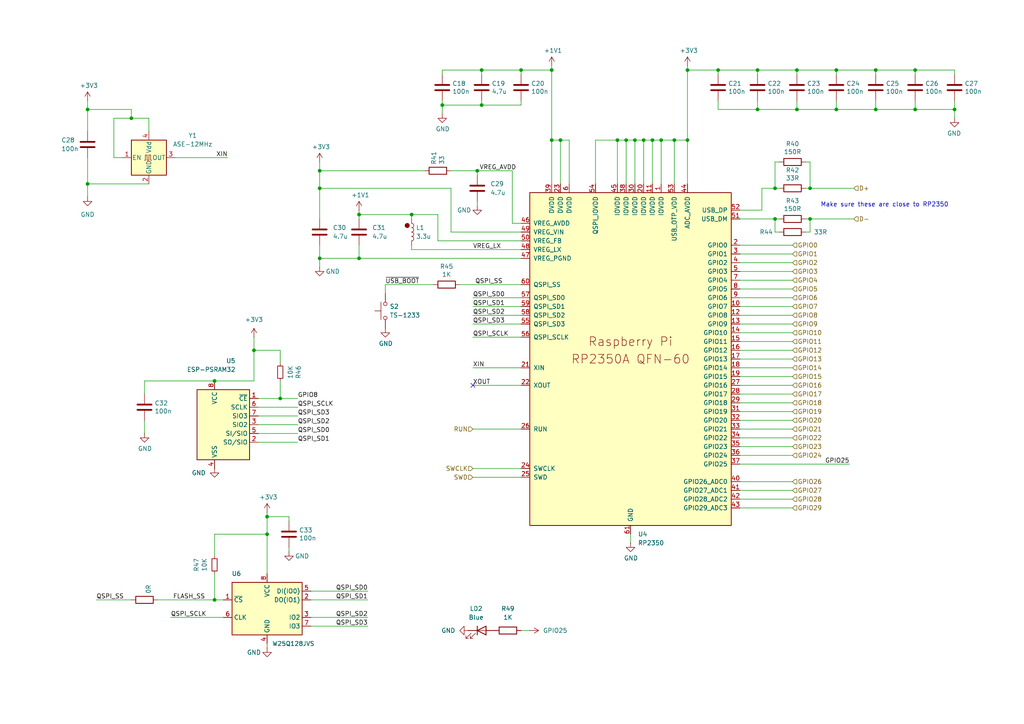
<source format=kicad_sch>
(kicad_sch (version 20250114) (generator "eeschema") (generator_version "9.0")
  (paper "A4")
  (title_block (title "${NAME}") (date "2025-05-10") (rev "${VERSION}") (company "Mikhail Matveev") (comment 1 "https://github.com/xtremespb/frank"))
  (lib_symbols
    (symbol "+1V1_1" (power) (pin_numbers (hide yes)) (pin_names (offset 0) (hide yes))
      (property "Value" "+1V1" (at 0 3.556 0))
      (symbol "+1V1_1_0_1"
        (polyline (pts (xy -0.762 1.27) (xy 0 2.54)))
        (polyline (pts (xy 0 2.54) (xy 0.762 1.27)))
        (polyline (pts (xy 0 0) (xy 0 2.54)))
      )
      (symbol "+1V1_1_1_1"
        (pin power_in line (at 0 0 90) (length 0) (name "~") (number "1"))
      )
    )
    (symbol "+3V3_1" (power) (pin_numbers (hide yes)) (pin_names (offset 0) (hide yes))
      (property "Value" "+3V3" (at 0 3.556 0))
      (symbol "+3V3_1_0_1"
        (polyline (pts (xy -0.762 1.27) (xy 0 2.54)))
        (polyline (pts (xy 0 2.54) (xy 0.762 1.27)))
        (polyline (pts (xy 0 0) (xy 0 2.54)))
      )
      (symbol "+3V3_1_1_1"
        (pin power_in line (at 0 0 90) (length 0) (name "~") (number "1"))
      )
    )
    (symbol "+3V3_3" (power) (pin_numbers (hide yes)) (pin_names (offset 0) (hide yes))
      (property "Value" "+3V3" (at 0 3.556 0))
      (symbol "+3V3_3_0_1"
        (polyline (pts (xy -0.762 1.27) (xy 0 2.54)))
        (polyline (pts (xy 0 2.54) (xy 0.762 1.27)))
        (polyline (pts (xy 0 0) (xy 0 2.54)))
      )
      (symbol "+3V3_3_1_1"
        (pin power_in line (at 0 0 90) (length 0) (name "~") (number "1"))
      )
    )
    (symbol "Device:C" (pin_numbers (hide yes)) (pin_names (offset 0.254))
      (property "Reference" "C" (at 0.635 2.54 0))
      (property "Value" "C" (at 0.635 -2.54 0))
      (symbol "C_0_1"
        (polyline (pts (xy -2.032 0.762) (xy 2.032 0.762)) (stroke (width 0.508)))
        (polyline (pts (xy -2.032 -0.762) (xy 2.032 -0.762)) (stroke (width 0.508)))
      )
      (symbol "C_1_1"
        (pin passive line (at 0 3.81 270) (length 2.794) (name "~") (number "1"))
        (pin passive line (at 0 -3.81 90) (length 2.794) (name "~") (number "2"))
      )
    )
    (symbol "Device:L" (pin_numbers (hide yes)) (pin_names (offset 1.016) (hide yes))
      (property "Reference" "L" (at -1.27 0 90))
      (property "Value" "L" (at 1.905 0 90))
      (symbol "L_0_1"
        (arc (start 0 2.54) (mid 0.6323 1.905) (end 0 1.27))
        (arc (start 0 1.27) (mid 0.6323 0.635) (end 0 0))
        (arc (start 0 0) (mid 0.6323 -0.635) (end 0 -1.27))
        (arc (start 0 -1.27) (mid 0.6323 -1.905) (end 0 -2.54))
      )
      (symbol "L_1_1"
        (pin passive line (at 0 3.81 270) (length 1.27) (name "1") (number "1"))
        (pin passive line (at 0 -3.81 90) (length 1.27) (name "2") (number "2"))
      )
    )
    (symbol "Device:LED" (pin_numbers (hide yes)) (pin_names (offset 1.016) (hide yes))
      (property "Reference" "D" (at 0 2.54 0))
      (property "Value" "LED" (at 0 -2.54 0))
      (symbol "LED_0_1"
        (polyline (pts (xy -3.048 -0.762) (xy -4.572 -2.286) (xy -3.81 -2.286) (xy -4.572 -2.286) (xy -4.572 -1.524)))
        (polyline (pts (xy -1.778 -0.762) (xy -3.302 -2.286) (xy -2.54 -2.286) (xy -3.302 -2.286) (xy -3.302 -1.524)))
        (polyline (pts (xy -1.27 0) (xy 1.27 0)))
        (polyline (pts (xy -1.27 -1.27) (xy -1.27 1.27)) (stroke (width 0.254)))
        (polyline (pts (xy 1.27 -1.27) (xy 1.27 1.27) (xy -1.27 0) (xy 1.27 -1.27)) (stroke (width 0.254)))
      )
      (symbol "LED_1_1"
        (pin passive line (at -3.81 0 0) (length 2.54) (name "K") (number "1"))
        (pin passive line (at 3.81 0 180) (length 2.54) (name "A") (number "2"))
      )
    )
    (symbol "Device:R" (pin_numbers (hide yes)) (pin_names (offset 0))
      (property "Reference" "R" (at 2.032 0 90))
      (property "Value" "R" (at 0 0 90))
      (symbol "R_0_1"
        (rectangle (start -1.016 -2.54) (end 1.016 2.54) (stroke (width 0.254)))
      )
      (symbol "R_1_1"
        (pin passive line (at 0 3.81 270) (length 1.27) (name "~") (number "1"))
        (pin passive line (at 0 -3.81 90) (length 1.27) (name "~") (number "2"))
      )
    )
    (symbol "Device:R_Small" (pin_numbers (hide yes)) (pin_names (offset 0.254) (hide yes))
      (property "Reference" "R" (at 0.762 0.508 0))
      (property "Value" "R_Small" (at 0.762 -1.016 0))
      (symbol "R_Small_0_1"
        (rectangle (start -0.762 1.778) (end 0.762 -1.778) (stroke (width 0.2032)))
      )
      (symbol "R_Small_1_1"
        (pin passive line (at 0 2.54 270) (length 0.762) (name "~") (number "1"))
        (pin passive line (at 0 -2.54 90) (length 0.762) (name "~") (number "2"))
      )
    )
    (symbol "FRANK:ESP-PSRAM32"
      (property "Reference" "PSR1" (at -8.89 1.2701 0))
      (property "Value" "PSRAM" (at -8.89 -1.2699 0))
      (symbol "ESP-PSRAM32_0_1"
        (rectangle (start -7.62 10.16) (end 7.62 -10.16) (stroke (width 0.254)) (fill (type background)))
      )
      (symbol "ESP-PSRAM32_1_1"
        (pin power_in line (at -2.54 12.7 270) (length 2.54) (name "VCC") (number "8"))
        (pin power_in line (at -2.54 -12.7 90) (length 2.54) (name "VSS") (number "4"))
        (pin input line (at 10.16 7.62 180) (length 2.54) (name "~{CE}") (number "1"))
        (pin output line (at 10.16 5.08 180) (length 2.54) (name "SCLK") (number "6"))
        (pin bidirectional line (at 10.16 2.54 180) (length 2.54) (name "SIO3") (number "7"))
        (pin bidirectional line (at 10.16 0 180) (length 2.54) (name "SIO2") (number "3"))
        (pin input line (at 10.16 -2.54 180) (length 2.54) (name "SI/SIO") (number "5"))
        (pin output line (at 10.16 -5.08 180) (length 2.54) (name "SO/SIO") (number "2"))
      )
    )
    (symbol "FRANK:RP2350A" (pin_names (offset 1.016))
      (property "Reference" "U4" (at 2.1433 -50.8 0))
      (property "Value" "RP2350" (at 2.1433 -53.34 0))
      (symbol "RP2350A_0_0"
        (text "Raspberry Pi" (at 0 5.08 0) (effects (font (size 2.54 2.54))))
      )
      (symbol "RP2350A_0_1"
        (rectangle (start 29.21 48.26) (end -29.21 -48.26) (stroke (width 0.254)) (fill (type background)))
      )
      (symbol "RP2350A_1_0"
        (text "RP2350A QFN-60" (at 0 0 0) (effects (font (size 2.54 2.54))))
      )
      (symbol "RP2350A_1_1"
        (pin power_in line (at -31.75 39.37 0) (length 2.54) (name "VREG_AVDD") (number "46"))
        (pin power_in line (at -31.75 36.83 0) (length 2.54) (name "VREG_VIN") (number "49"))
        (pin input line (at -31.75 34.29 0) (length 2.54) (name "VREG_FB") (number "50"))
        (pin power_out line (at -31.75 31.75 0) (length 2.54) (name "VREG_LX") (number "48"))
        (pin power_in line (at -31.75 29.21 0) (length 2.54) (name "VREG_PGND") (number "47"))
        (pin bidirectional line (at -31.75 21.59 0) (length 2.54) (name "QSPI_SS") (number "60"))
        (pin bidirectional line (at -31.75 17.78 0) (length 2.54) (name "QSPI_SD0") (number "57"))
        (pin bidirectional line (at -31.75 15.24 0) (length 2.54) (name "QSPI_SD1") (number "59"))
        (pin bidirectional line (at -31.75 12.7 0) (length 2.54) (name "QSPI_SD2") (number "58"))
        (pin bidirectional line (at -31.75 10.16 0) (length 2.54) (name "QSPI_SD3") (number "55"))
        (pin output line (at -31.75 6.35 0) (length 2.54) (name "QSPI_SCLK") (number "56"))
        (pin input line (at -31.75 -2.54 0) (length 2.54) (name "XIN") (number "21"))
        (pin passive line (at -31.75 -7.62 0) (length 2.54) (name "XOUT") (number "22"))
        (pin input line (at -31.75 -20.32 0) (length 2.54) (name "RUN") (number "26"))
        (pin output line (at -31.75 -31.75 0) (length 2.54) (name "SWCLK") (number "24"))
        (pin bidirectional line (at -31.75 -34.29 0) (length 2.54) (name "SWD") (number "25"))
        (pin power_in line (at -22.86 50.8 270) (length 2.54) (name "DVDD") (number "39"))
        (pin power_in line (at -20.32 50.8 270) (length 2.54) (name "DVDD") (number "23"))
        (pin power_in line (at -17.78 50.8 270) (length 2.54) (name "DVDD") (number "6"))
        (pin power_in line (at -10.16 50.8 270) (length 2.54) (name "QSPI_IOVDD") (number "54"))
        (pin power_in line (at -3.81 50.8 270) (length 2.54) (name "IOVDD") (number "45"))
        (pin power_in line (at -1.27 50.8 270) (length 2.54) (name "IOVDD") (number "38"))
        (pin power_in line (at 0 -50.8 90) (length 2.54) (name "GND") (number "61"))
        (pin power_in line (at 1.27 50.8 270) (length 2.54) (name "IOVDD") (number "30"))
        (pin power_in line (at 3.81 50.8 270) (length 2.54) (name "IOVDD") (number "20"))
        (pin power_in line (at 6.35 50.8 270) (length 2.54) (name "IOVDD") (number "11"))
        (pin power_in line (at 8.89 50.8 270) (length 2.54) (name "IOVDD") (number "1"))
        (pin power_in line (at 12.7 50.8 270) (length 2.54) (name "USB_OTP_VDD") (number "53"))
        (pin power_in line (at 16.51 50.8 270) (length 2.54) (name "ADC_AVDD") (number "44"))
        (pin bidirectional line (at 31.75 43.18 180) (length 2.54) (name "USB_DP") (number "52"))
        (pin bidirectional line (at 31.75 40.64 180) (length 2.54) (name "USB_DM") (number "51"))
        (pin bidirectional line (at 31.75 33.02 180) (length 2.54) (name "GPIO0") (number "2"))
        (pin bidirectional line (at 31.75 30.48 180) (length 2.54) (name "GPIO1") (number "3"))
        (pin bidirectional line (at 31.75 27.94 180) (length 2.54) (name "GPIO2") (number "4"))
        (pin bidirectional line (at 31.75 25.4 180) (length 2.54) (name "GPIO3") (number "5"))
        (pin bidirectional line (at 31.75 22.86 180) (length 2.54) (name "GPIO4") (number "7"))
        (pin bidirectional line (at 31.75 20.32 180) (length 2.54) (name "GPIO5") (number "8"))
        (pin bidirectional line (at 31.75 17.78 180) (length 2.54) (name "GPIO6") (number "9"))
        (pin bidirectional line (at 31.75 15.24 180) (length 2.54) (name "GPIO7") (number "10"))
        (pin bidirectional line (at 31.75 12.7 180) (length 2.54) (name "GPIO8") (number "12"))
        (pin bidirectional line (at 31.75 10.16 180) (length 2.54) (name "GPIO9") (number "13"))
        (pin bidirectional line (at 31.75 7.62 180) (length 2.54) (name "GPIO10") (number "14"))
        (pin bidirectional line (at 31.75 5.08 180) (length 2.54) (name "GPIO11") (number "15"))
        (pin bidirectional line (at 31.75 2.54 180) (length 2.54) (name "GPIO12") (number "16"))
        (pin bidirectional line (at 31.75 0 180) (length 2.54) (name "GPIO13") (number "17"))
        (pin bidirectional line (at 31.75 -2.54 180) (length 2.54) (name "GPIO14") (number "18"))
        (pin bidirectional line (at 31.75 -5.08 180) (length 2.54) (name "GPIO15") (number "19"))
        (pin bidirectional line (at 31.75 -7.62 180) (length 2.54) (name "GPIO16") (number "27"))
        (pin bidirectional line (at 31.75 -10.16 180) (length 2.54) (name "GPIO17") (number "28"))
        (pin bidirectional line (at 31.75 -12.7 180) (length 2.54) (name "GPIO18") (number "29"))
        (pin bidirectional line (at 31.75 -15.24 180) (length 2.54) (name "GPIO19") (number "31"))
        (pin bidirectional line (at 31.75 -17.78 180) (length 2.54) (name "GPIO20") (number "32"))
        (pin bidirectional line (at 31.75 -20.32 180) (length 2.54) (name "GPIO21") (number "33"))
        (pin bidirectional line (at 31.75 -22.86 180) (length 2.54) (name "GPIO22") (number "34"))
        (pin bidirectional line (at 31.75 -25.4 180) (length 2.54) (name "GPIO23") (number "35"))
        (pin bidirectional line (at 31.75 -27.94 180) (length 2.54) (name "GPIO24") (number "36"))
        (pin bidirectional line (at 31.75 -30.48 180) (length 2.54) (name "GPIO25") (number "37"))
        (pin bidirectional line (at 31.75 -35.56 180) (length 2.54) (name "GPIO26_ADC0") (number "40"))
        (pin bidirectional line (at 31.75 -38.1 180) (length 2.54) (name "GPIO27_ADC1") (number "41"))
        (pin bidirectional line (at 31.75 -40.64 180) (length 2.54) (name "GPIO28_ADC2") (number "42"))
        (pin bidirectional line (at 31.75 -43.18 180) (length 2.54) (name "GPIO29_ADC3") (number "43"))
      )
    )
    (symbol "FRANK:W25Q128JVS"
      (property "Reference" "U6" (at -8.89 10.16 0))
      (property "Value" "W25Q128JVS" (at 7.62 -10.16 0))
      (symbol "W25Q128JVS_0_1"
        (rectangle (start -10.16 7.62) (end 10.16 -7.62) (stroke (width 0.254)) (fill (type background)))
      )
      (symbol "W25Q128JVS_1_1"
        (pin input line (at -12.7 2.54 0) (length 2.54) (name "~{CS}") (number "1"))
        (pin input line (at -12.7 -2.54 0) (length 2.54) (name "CLK") (number "6"))
        (pin power_in line (at 0 10.16 270) (length 2.54) (name "VCC") (number "8"))
        (pin power_in line (at 0 -10.16 90) (length 2.54) (name "GND") (number "4"))
        (pin bidirectional line (at 12.7 5.08 180) (length 2.54) (name "DI(IO0)") (number "5"))
        (pin bidirectional line (at 12.7 2.54 180) (length 2.54) (name "DO(IO1)") (number "2"))
        (pin bidirectional line (at 12.7 -2.54 180) (length 2.54) (name "IO2") (number "3"))
        (pin bidirectional line (at 12.7 -5.08 180) (length 2.54) (name "IO3") (number "7"))
      )
    )
    (symbol "GND_1" (power) (pin_numbers (hide yes)) (pin_names (offset 0) (hide yes))
      (property "Value" "GND" (at 0 -3.81 0))
      (symbol "GND_1_0_1"
        (polyline (pts (xy 0 0) (xy 0 -1.27) (xy 1.27 -1.27) (xy 0 -2.54) (xy -1.27 -1.27) (xy 0 -1.27)))
      )
      (symbol "GND_1_1_1"
        (pin power_in line (at 0 0 270) (length 0) (name "~") (number "1"))
      )
    )
    (symbol "GND_2" (power) (pin_numbers (hide yes)) (pin_names (offset 0) (hide yes))
      (property "Value" "GND" (at 0 -3.81 0))
      (symbol "GND_2_0_1"
        (polyline (pts (xy 0 0) (xy 0 -1.27) (xy 1.27 -1.27) (xy 0 -2.54) (xy -1.27 -1.27) (xy 0 -1.27)))
      )
      (symbol "GND_2_1_1"
        (pin power_in line (at 0 0 270) (length 0) (name "~") (number "1"))
      )
    )
    (symbol "GND_6" (power) (pin_numbers (hide yes)) (pin_names (offset 0) (hide yes))
      (property "Value" "GND" (at 0 -3.81 0))
      (symbol "GND_6_0_1"
        (polyline (pts (xy 0 0) (xy 0 -1.27) (xy 1.27 -1.27) (xy 0 -2.54) (xy -1.27 -1.27) (xy 0 -1.27)))
      )
      (symbol "GND_6_1_1"
        (pin power_in line (at 0 0 270) (length 0) (name "~") (number "1"))
      )
    )
    (symbol "Oscillator:ASE-xxxMHz" (pin_names (offset 0.254))
      (property "Reference" "Y" (at -5.08 6.35 0))
      (property "Value" "ASE-xxxMHz" (at 1.27 -6.35 0))
      (symbol "ASE-xxxMHz_0_1"
        (rectangle (start -5.08 5.08) (end 5.08 -5.08) (stroke (width 0.254)) (fill (type background)))
        (polyline (pts (xy -1.27 -0.762) (xy -1.016 -0.762) (xy -1.016 0.762) (xy -0.508 0.762) (xy -0.508 -0.762) (xy 0 -0.762) (xy 0 0.762) (xy 0.508 0.762) (xy 0.508 -0.762) (xy 0.762 -0.762)))
      )
      (symbol "ASE-xxxMHz_1_1"
        (pin input line (at -7.62 0 0) (length 2.54) (name "EN") (number "1"))
        (pin power_in line (at 0 7.62 270) (length 2.54) (name "Vdd") (number "4"))
        (pin power_in line (at 0 -7.62 90) (length 2.54) (name "GND") (number "2"))
        (pin output line (at 7.62 0 180) (length 2.54) (name "OUT") (number "3"))
      )
    )
    (symbol "Switch:SW_Push" (pin_numbers (hide yes)) (pin_names (offset 1.016) (hide yes))
      (property "Reference" "SW" (at 1.27 2.54 0))
      (property "Value" "SW_Push" (at 0 -1.524 0))
      (symbol "SW_Push_0_1"
        (circle (center -2.032 0) (radius 0.508))
        (polyline (pts (xy 0 1.27) (xy 0 3.048)))
        (circle (center 2.032 0) (radius 0.508))
        (polyline (pts (xy 2.54 1.27) (xy -2.54 1.27)))
        (pin passive line (at -5.08 0 0) (length 2.54) (name "1") (number "1"))
        (pin passive line (at 5.08 0 180) (length 2.54) (name "2") (number "2"))
      )
    )
    (symbol "power:+1V1" (power) (pin_numbers (hide yes)) (pin_names (offset 0) (hide yes))
      (property "Value" "+1V1" (at 0 3.556 0))
      (symbol "+1V1_0_1"
        (polyline (pts (xy -0.762 1.27) (xy 0 2.54)))
        (polyline (pts (xy 0 2.54) (xy 0.762 1.27)))
        (polyline (pts (xy 0 0) (xy 0 2.54)))
      )
      (symbol "+1V1_1_1"
        (pin power_in line (at 0 0 90) (length 0) (name "~") (number "1"))
      )
    )
    (symbol "power:+3V3" (power) (pin_numbers (hide yes)) (pin_names (offset 0) (hide yes))
      (property "Value" "+3V3" (at 0 3.556 0))
      (symbol "+3V3_0_1"
        (polyline (pts (xy -0.762 1.27) (xy 0 2.54)))
        (polyline (pts (xy 0 2.54) (xy 0.762 1.27)))
        (polyline (pts (xy 0 0) (xy 0 2.54)))
      )
      (symbol "+3V3_1_1"
        (pin power_in line (at 0 0 90) (length 0) (name "~") (number "1"))
      )
    )
    (symbol "power:GND" (power) (pin_numbers (hide yes)) (pin_names (offset 0) (hide yes))
      (property "Value" "GND" (at 0 -3.81 0))
      (symbol "GND_0_1"
        (polyline (pts (xy 0 0) (xy 0 -1.27) (xy 1.27 -1.27) (xy 0 -2.54) (xy -1.27 -1.27) (xy 0 -1.27)))
      )
      (symbol "GND_1_1"
        (pin power_in line (at 0 0 270) (length 0) (name "~") (number "1"))
      )
    )
  )
  (circle (center 118.11 65.405) (radius 0.635) (stroke (width 0) (color 132 0 0 1)) (fill (type color) (color 132 0 0 1)))
  (text "Make sure these are close to RP2350\n" (at 237.998 60.198 0) (effects (font (size 1.27 1.27)) (justify left bottom)))
  (junction (at 92.71 54.61))
  (junction (at 73.66 101.6))
  (junction (at 195.58 40.64))
  (junction (at 199.39 20.32))
  (junction (at 242.57 31.75))
  (junction (at 234.95 63.5))
  (junction (at 208.28 20.32))
  (junction (at 186.69 40.64))
  (junction (at 219.71 31.75))
  (junction (at 62.23 173.99))
  (junction (at 151.13 20.32))
  (junction (at 104.14 62.23))
  (junction (at 160.02 40.64))
  (junction (at 181.61 40.64))
  (junction (at 242.57 20.32))
  (junction (at 62.23 110.49))
  (junction (at 139.7 20.32))
  (junction (at 77.47 149.86))
  (junction (at 231.14 31.75))
  (junction (at 254 31.75))
  (junction (at 199.39 40.64))
  (junction (at 92.71 74.93))
  (junction (at 189.23 40.64))
  (junction (at 184.15 40.64))
  (junction (at 139.7 30.48))
  (junction (at 179.07 40.64))
  (junction (at 265.43 31.75))
  (junction (at 81.28 115.57))
  (junction (at 104.14 74.93))
  (junction (at 224.79 54.61))
  (junction (at 128.27 30.48))
  (junction (at 119.38 62.23))
  (junction (at 138.43 49.53))
  (junction (at 160.02 20.32))
  (junction (at 265.43 20.32))
  (junction (at 231.14 20.32))
  (junction (at 25.4 53.34))
  (junction (at 224.79 63.5))
  (junction (at 254 20.32))
  (junction (at 191.77 40.64))
  (junction (at 77.47 154.94))
  (junction (at 219.71 20.32))
  (junction (at 162.56 40.64))
  (junction (at 92.71 49.53))
  (junction (at 276.86 31.75))
  (junction (at 234.95 54.61))
  (junction (at 38.1 34.29))
  (junction (at 25.4 31.75))
  (no_connect (at 137.16 111.76))
  (wire (pts (xy 214.63 121.92) (xy 229.87 121.92)))
  (wire (pts (xy 214.63 93.98) (xy 229.87 93.98)))
  (wire (pts (xy 111.76 82.55) (xy 111.76 85.09)))
  (wire (pts (xy 233.68 54.61) (xy 234.95 54.61)))
  (wire (pts (xy 214.63 111.76) (xy 229.87 111.76)))
  (wire (pts (xy 214.63 129.54) (xy 229.87 129.54)))
  (wire (pts (xy 77.47 154.94) (xy 77.47 166.37)))
  (wire (pts (xy 214.63 99.06) (xy 229.87 99.06)))
  (wire (pts (xy 214.63 104.14) (xy 229.87 104.14)))
  (wire (pts (xy 127 62.23) (xy 119.38 62.23)))
  (wire (pts (xy 77.47 149.86) (xy 77.47 154.94)))
  (wire (pts (xy 138.43 59.69) (xy 138.43 58.42)))
  (wire (pts (xy 83.82 149.86) (xy 77.47 149.86)))
  (wire (pts (xy 77.47 148.59) (xy 77.47 149.86)))
  (wire (pts (xy 265.43 31.75) (xy 276.86 31.75)))
  (wire (pts (xy 83.82 151.13) (xy 83.82 149.86)))
  (wire (pts (xy 137.16 106.68) (xy 151.13 106.68)))
  (wire (pts (xy 231.14 21.59) (xy 231.14 20.32)))
  (wire (pts (xy 184.15 40.64) (xy 186.69 40.64)))
  (wire (pts (xy 92.71 49.53) (xy 123.19 49.53)))
  (wire (pts (xy 74.93 123.19) (xy 86.36 123.19)))
  (wire (pts (xy 90.17 173.99) (xy 106.68 173.99)))
  (wire (pts (xy 92.71 74.93) (xy 92.71 77.47)))
  (wire (pts (xy 83.82 158.75) (xy 83.82 160.02)))
  (wire (pts (xy 214.63 71.12) (xy 229.87 71.12)))
  (wire (pts (xy 138.43 49.53) (xy 148.59 49.53)))
  (wire (pts (xy 181.61 53.34) (xy 181.61 40.64)))
  (wire (pts (xy 151.13 30.48) (xy 151.13 29.21)))
  (wire (pts (xy 208.28 29.21) (xy 208.28 31.75)))
  (wire (pts (xy 276.86 29.21) (xy 276.86 31.75)))
  (wire (pts (xy 137.16 93.98) (xy 151.13 93.98)))
  (wire (pts (xy 128.27 20.32) (xy 139.7 20.32)))
  (wire (pts (xy 214.63 76.2) (xy 229.87 76.2)))
  (wire (pts (xy 77.47 186.69) (xy 77.47 187.96)))
  (wire (pts (xy 234.95 63.5) (xy 247.65 63.5)))
  (wire (pts (xy 139.7 20.32) (xy 151.13 20.32)))
  (wire (pts (xy 162.56 53.34) (xy 162.56 40.64)))
  (wire (pts (xy 242.57 31.75) (xy 231.14 31.75)))
  (wire (pts (xy 81.28 115.57) (xy 86.36 115.57)))
  (wire (pts (xy 62.23 161.29) (xy 62.23 154.94)))
  (wire (pts (xy 104.14 62.23) (xy 119.38 62.23)))
  (wire (pts (xy 73.66 97.79) (xy 73.66 101.6)))
  (wire (pts (xy 214.63 139.7) (xy 229.87 139.7)))
  (wire (pts (xy 208.28 21.59) (xy 208.28 20.32)))
  (wire (pts (xy 119.38 72.39) (xy 119.38 71.12)))
  (wire (pts (xy 162.56 40.64) (xy 160.02 40.64)))
  (wire (pts (xy 220.98 54.61) (xy 220.98 60.96)))
  (wire (pts (xy 214.63 91.44) (xy 229.87 91.44)))
  (wire (pts (xy 214.63 96.52) (xy 229.87 96.52)))
  (wire (pts (xy 224.79 63.5) (xy 224.79 67.31)))
  (wire (pts (xy 172.72 53.34) (xy 172.72 40.64)))
  (wire (pts (xy 90.17 181.61) (xy 106.68 181.61)))
  (wire (pts (xy 195.58 40.64) (xy 199.39 40.64)))
  (wire (pts (xy 104.14 63.5) (xy 104.14 62.23)))
  (wire (pts (xy 74.93 128.27) (xy 86.36 128.27)))
  (wire (pts (xy 214.63 147.32) (xy 229.87 147.32)))
  (wire (pts (xy 254 21.59) (xy 254 20.32)))
  (wire (pts (xy 151.13 21.59) (xy 151.13 20.32)))
  (wire (pts (xy 165.1 40.64) (xy 165.1 53.34)))
  (wire (pts (xy 160.02 20.32) (xy 160.02 40.64)))
  (wire (pts (xy 138.43 49.53) (xy 138.43 50.8)))
  (wire (pts (xy 92.71 54.61) (xy 130.81 54.61)))
  (wire (pts (xy 33.02 45.72) (xy 33.02 34.29)))
  (wire (pts (xy 90.17 179.07) (xy 106.68 179.07)))
  (wire (pts (xy 74.93 115.57) (xy 81.28 115.57)))
  (wire (pts (xy 276.86 21.59) (xy 276.86 20.32)))
  (wire (pts (xy 137.16 88.9) (xy 151.13 88.9)))
  (wire (pts (xy 25.4 53.34) (xy 43.18 53.34)))
  (wire (pts (xy 233.68 63.5) (xy 234.95 63.5)))
  (wire (pts (xy 199.39 20.32) (xy 208.28 20.32)))
  (wire (pts (xy 151.13 135.89) (xy 137.16 135.89)))
  (wire (pts (xy 214.63 127) (xy 229.87 127)))
  (wire (pts (xy 214.63 101.6) (xy 229.87 101.6)))
  (wire (pts (xy 242.57 20.32) (xy 254 20.32)))
  (wire (pts (xy 189.23 40.64) (xy 191.77 40.64)))
  (wire (pts (xy 92.71 54.61) (xy 92.71 63.5)))
  (wire (pts (xy 35.56 45.72) (xy 33.02 45.72)))
  (wire (pts (xy 219.71 21.59) (xy 219.71 20.32)))
  (wire (pts (xy 214.63 81.28) (xy 229.87 81.28)))
  (wire (pts (xy 226.06 67.31) (xy 224.79 67.31)))
  (wire (pts (xy 151.13 82.55) (xy 133.35 82.55)))
  (wire (pts (xy 181.61 40.64) (xy 184.15 40.64)))
  (wire (pts (xy 151.13 97.79) (xy 137.16 97.79)))
  (wire (pts (xy 49.53 179.07) (xy 64.77 179.07)))
  (wire (pts (xy 276.86 31.75) (xy 276.86 34.29)))
  (wire (pts (xy 130.81 54.61) (xy 130.81 67.31)))
  (wire (pts (xy 189.23 53.34) (xy 189.23 40.64)))
  (wire (pts (xy 41.91 110.49) (xy 41.91 114.3)))
  (wire (pts (xy 265.43 20.32) (xy 276.86 20.32)))
  (wire (pts (xy 233.68 67.31) (xy 234.95 67.31)))
  (wire (pts (xy 160.02 19.05) (xy 160.02 20.32)))
  (wire (pts (xy 151.13 182.88) (xy 153.67 182.88)))
  (wire (pts (xy 62.23 154.94) (xy 77.47 154.94)))
  (wire (pts (xy 234.95 63.5) (xy 234.95 67.31)))
  (wire (pts (xy 186.69 40.64) (xy 189.23 40.64)))
  (wire (pts (xy 254 20.32) (xy 265.43 20.32)))
  (wire (pts (xy 73.66 110.49) (xy 62.23 110.49)))
  (wire (pts (xy 151.13 111.76) (xy 137.16 111.76)))
  (wire (pts (xy 199.39 40.64) (xy 199.39 53.34)))
  (wire (pts (xy 62.23 166.37) (xy 62.23 173.99)))
  (wire (pts (xy 62.23 173.99) (xy 64.77 173.99)))
  (wire (pts (xy 214.63 134.62) (xy 246.38 134.62)))
  (wire (pts (xy 254 29.21) (xy 254 31.75)))
  (wire (pts (xy 45.72 173.99) (xy 62.23 173.99)))
  (wire (pts (xy 214.63 144.78) (xy 229.87 144.78)))
  (wire (pts (xy 186.69 53.34) (xy 186.69 40.64)))
  (wire (pts (xy 214.63 109.22) (xy 229.87 109.22)))
  (wire (pts (xy 265.43 29.21) (xy 265.43 31.75)))
  (wire (pts (xy 160.02 40.64) (xy 160.02 53.34)))
  (wire (pts (xy 162.56 40.64) (xy 165.1 40.64)))
  (wire (pts (xy 214.63 132.08) (xy 229.87 132.08)))
  (wire (pts (xy 195.58 53.34) (xy 195.58 40.64)))
  (wire (pts (xy 219.71 20.32) (xy 231.14 20.32)))
  (wire (pts (xy 92.71 71.12) (xy 92.71 74.93)))
  (wire (pts (xy 130.81 67.31) (xy 151.13 67.31)))
  (wire (pts (xy 127 69.85) (xy 127 62.23)))
  (wire (pts (xy 104.14 74.93) (xy 151.13 74.93)))
  (wire (pts (xy 265.43 21.59) (xy 265.43 20.32)))
  (wire (pts (xy 231.14 20.32) (xy 242.57 20.32)))
  (wire (pts (xy 92.71 49.53) (xy 92.71 54.61)))
  (wire (pts (xy 179.07 53.34) (xy 179.07 40.64)))
  (wire (pts (xy 128.27 30.48) (xy 128.27 33.02)))
  (wire (pts (xy 214.63 63.5) (xy 224.79 63.5)))
  (wire (pts (xy 182.88 154.94) (xy 182.88 157.48)))
  (wire (pts (xy 73.66 101.6) (xy 81.28 101.6)))
  (wire (pts (xy 219.71 29.21) (xy 219.71 31.75)))
  (wire (pts (xy 119.38 62.23) (xy 119.38 63.5)))
  (wire (pts (xy 234.95 54.61) (xy 247.65 54.61)))
  (wire (pts (xy 139.7 30.48) (xy 151.13 30.48)))
  (wire (pts (xy 125.73 82.55) (xy 111.76 82.55)))
  (wire (pts (xy 224.79 63.5) (xy 226.06 63.5)))
  (wire (pts (xy 151.13 20.32) (xy 160.02 20.32)))
  (wire (pts (xy 199.39 19.05) (xy 199.39 20.32)))
  (wire (pts (xy 199.39 20.32) (xy 199.39 40.64)))
  (wire (pts (xy 151.13 124.46) (xy 137.16 124.46)))
  (wire (pts (xy 214.63 114.3) (xy 229.87 114.3)))
  (wire (pts (xy 90.17 171.45) (xy 106.68 171.45)))
  (wire (pts (xy 214.63 86.36) (xy 229.87 86.36)))
  (wire (pts (xy 148.59 49.53) (xy 148.59 64.77)))
  (wire (pts (xy 242.57 29.21) (xy 242.57 31.75)))
  (wire (pts (xy 214.63 106.68) (xy 229.87 106.68)))
  (wire (pts (xy 25.4 29.21) (xy 25.4 31.75)))
  (wire (pts (xy 27.94 173.99) (xy 38.1 173.99)))
  (wire (pts (xy 214.63 142.24) (xy 229.87 142.24)))
  (wire (pts (xy 214.63 88.9) (xy 229.87 88.9)))
  (wire (pts (xy 104.14 71.12) (xy 104.14 74.93)))
  (wire (pts (xy 74.93 118.11) (xy 86.36 118.11)))
  (wire (pts (xy 208.28 20.32) (xy 219.71 20.32)))
  (wire (pts (xy 128.27 29.21) (xy 128.27 30.48)))
  (wire (pts (xy 224.79 54.61) (xy 224.79 46.99)))
  (wire (pts (xy 25.4 31.75) (xy 25.4 38.1)))
  (wire (pts (xy 81.28 101.6) (xy 81.28 105.41)))
  (wire (pts (xy 214.63 60.96) (xy 220.98 60.96)))
  (wire (pts (xy 25.4 31.75) (xy 38.1 31.75)))
  (wire (pts (xy 139.7 21.59) (xy 139.7 20.32)))
  (wire (pts (xy 43.18 34.29) (xy 43.18 38.1)))
  (wire (pts (xy 151.13 138.43) (xy 137.16 138.43)))
  (wire (pts (xy 25.4 57.15) (xy 25.4 53.34)))
  (wire (pts (xy 184.15 53.34) (xy 184.15 40.64)))
  (wire (pts (xy 128.27 30.48) (xy 139.7 30.48)))
  (wire (pts (xy 233.68 46.99) (xy 234.95 46.99)))
  (wire (pts (xy 234.95 46.99) (xy 234.95 54.61)))
  (wire (pts (xy 224.79 54.61) (xy 226.06 54.61)))
  (wire (pts (xy 128.27 21.59) (xy 128.27 20.32)))
  (wire (pts (xy 73.66 101.6) (xy 73.66 110.49)))
  (wire (pts (xy 137.16 86.36) (xy 151.13 86.36)))
  (wire (pts (xy 81.28 110.49) (xy 81.28 115.57)))
  (wire (pts (xy 41.91 121.92) (xy 41.91 125.73)))
  (wire (pts (xy 179.07 40.64) (xy 181.61 40.64)))
  (wire (pts (xy 38.1 31.75) (xy 38.1 34.29)))
  (wire (pts (xy 214.63 73.66) (xy 229.87 73.66)))
  (wire (pts (xy 224.79 46.99) (xy 226.06 46.99)))
  (wire (pts (xy 104.14 60.96) (xy 104.14 62.23)))
  (wire (pts (xy 214.63 116.84) (xy 229.87 116.84)))
  (wire (pts (xy 74.93 125.73) (xy 86.36 125.73)))
  (wire (pts (xy 151.13 69.85) (xy 127 69.85)))
  (wire (pts (xy 119.38 72.39) (xy 151.13 72.39)))
  (wire (pts (xy 191.77 40.64) (xy 191.77 53.34)))
  (wire (pts (xy 231.14 29.21) (xy 231.14 31.75)))
  (wire (pts (xy 214.63 124.46) (xy 229.87 124.46)))
  (wire (pts (xy 92.71 46.99) (xy 92.71 49.53)))
  (wire (pts (xy 219.71 31.75) (xy 208.28 31.75)))
  (wire (pts (xy 25.4 45.72) (xy 25.4 53.34)))
  (wire (pts (xy 265.43 31.75) (xy 254 31.75)))
  (wire (pts (xy 172.72 40.64) (xy 179.07 40.64)))
  (wire (pts (xy 214.63 119.38) (xy 229.87 119.38)))
  (wire (pts (xy 191.77 40.64) (xy 195.58 40.64)))
  (wire (pts (xy 137.16 91.44) (xy 151.13 91.44)))
  (wire (pts (xy 50.8 45.72) (xy 66.04 45.72)))
  (wire (pts (xy 38.1 34.29) (xy 43.18 34.29)))
  (wire (pts (xy 231.14 31.75) (xy 219.71 31.75)))
  (wire (pts (xy 33.02 34.29) (xy 38.1 34.29)))
  (wire (pts (xy 254 31.75) (xy 242.57 31.75)))
  (wire (pts (xy 139.7 29.21) (xy 139.7 30.48)))
  (wire (pts (xy 242.57 21.59) (xy 242.57 20.32)))
  (wire (pts (xy 92.71 74.93) (xy 104.14 74.93)))
  (wire (pts (xy 214.63 83.82) (xy 229.87 83.82)))
  (wire (pts (xy 220.98 54.61) (xy 224.79 54.61)))
  (wire (pts (xy 148.59 64.77) (xy 151.13 64.77)))
  (wire (pts (xy 74.93 120.65) (xy 86.36 120.65)))
  (wire (pts (xy 41.91 110.49) (xy 62.23 110.49)))
  (wire (pts (xy 130.81 49.53) (xy 138.43 49.53)))
  (wire (pts (xy 214.63 78.74) (xy 229.87 78.74)))
  (label "QSPI_SD2" (at 137.16 91.44 0))
  (label "VREG_AVDD" (at 139.065 49.53 0))
  (label "XOUT" (at 137.16 111.76 0))
  (label "QSPI_SS" (at 27.94 173.99 0))
  (label "QSPI_SD3" (at 137.16 93.98 0))
  (label "QSPI_SD2" (at 106.68 179.07 180))
  (label "QSPI_SS" (at 137.795 82.55 0))
  (label "QSPI_SD0" (at 86.36 125.73 0))
  (label "QSPI_SD3" (at 86.36 120.65 0))
  (label "~{USB_BOOT}" (at 111.76 82.55 0))
  (label "QSPI_SCLK" (at 49.53 179.07 0))
  (label "QSPI_SD1" (at 106.68 173.99 180))
  (label "QSPI_SD2" (at 86.36 123.19 0))
  (label "XIN" (at 137.16 106.68 0))
  (label "GPIO25" (at 246.38 134.62 180))
  (label "QSPI_SD0" (at 106.68 171.45 180))
  (label "GPIO8" (at 86.36 115.57 0))
  (label "XIN" (at 66.04 45.72 180))
  (label "QSPI_SCLK" (at 137.16 97.79 0))
  (label "QSPI_SD1" (at 86.36 128.27 0))
  (label "QSPI_SD3" (at 106.68 181.61 180))
  (label "QSPI_SD0" (at 137.16 86.36 0))
  (label "FLASH_SS" (at 50.165 173.99 0))
  (label "QSPI_SD1" (at 137.16 88.9 0))
  (label "VREG_LX" (at 137.16 72.39 0))
  (label "QSPI_SCLK" (at 86.36 118.11 0))
  (hierarchical_label "GPIO26" (shape input) (at 229.87 139.7 0))
  (hierarchical_label "RUN" (shape input) (at 137.16 124.46 180))
  (hierarchical_label "GPIO8" (shape input) (at 229.87 91.44 0))
  (hierarchical_label "GPIO5" (shape input) (at 229.87 83.82 0))
  (hierarchical_label "GPIO19" (shape input) (at 229.87 119.38 0))
  (hierarchical_label "D+" (shape input) (at 247.65 54.61 0))
  (hierarchical_label "GPIO7" (shape input) (at 229.87 88.9 0))
  (hierarchical_label "GPIO24" (shape input) (at 229.87 132.08 0))
  (hierarchical_label "GPIO1" (shape input) (at 229.87 73.66 0))
  (hierarchical_label "GPIO12" (shape input) (at 229.87 101.6 0))
  (hierarchical_label "D-" (shape input) (at 247.65 63.5 0))
  (hierarchical_label "GPIO21" (shape input) (at 229.87 124.46 0))
  (hierarchical_label "GPIO14" (shape input) (at 229.87 106.68 0))
  (hierarchical_label "SWCLK" (shape input) (at 137.16 135.89 180))
  (hierarchical_label "GPIO17" (shape input) (at 229.87 114.3 0))
  (hierarchical_label "GPIO9" (shape input) (at 229.87 93.98 0))
  (hierarchical_label "GPIO22" (shape input) (at 229.87 127 0))
  (hierarchical_label "GPIO6" (shape input) (at 229.87 86.36 0))
  (hierarchical_label "GPIO2" (shape input) (at 229.87 76.2 0))
  (hierarchical_label "GPIO0" (shape input) (at 229.87 71.12 0))
  (hierarchical_label "GPIO4" (shape input) (at 229.87 81.28 0))
  (hierarchical_label "GPIO27" (shape input) (at 229.87 142.24 0))
  (hierarchical_label "GPIO29" (shape input) (at 229.87 147.32 0))
  (hierarchical_label "GPIO13" (shape input) (at 229.87 104.14 0))
  (hierarchical_label "GPIO15" (shape input) (at 229.87 109.22 0))
  (hierarchical_label "GPIO11" (shape input) (at 229.87 99.06 0))
  (hierarchical_label "GPIO10" (shape input) (at 229.87 96.52 0))
  (hierarchical_label "GPIO23" (shape input) (at 229.87 129.54 0))
  (hierarchical_label "GPIO20" (shape input) (at 229.87 121.92 0))
  (hierarchical_label "GPIO3" (shape input) (at 229.87 78.74 0))
  (hierarchical_label "SWD" (shape input) (at 137.16 138.43 180))
  (hierarchical_label "GPIO28" (shape input) (at 229.87 144.78 0))
  (hierarchical_label "GPIO18" (shape input) (at 229.87 116.84 0))
  (hierarchical_label "GPIO16" (shape input) (at 229.87 111.76 0))
  (symbol (lib_id "Device:R") (at 127 49.53 90) (unit 1)
    (property "Reference" "R41" (at 125.8316 47.752 0) (effects (justify left)))
    (property "Value" "33" (at 128.143 47.752 0) (effects (justify left)))
    (property "Footprint" "FRANK:Resistor (0805)" (effects (hide yes)))
    (property "Datasheet" "https://www.vishay.com/docs/28952/mcs0402at-mct0603at-mcu0805at-mca1206at.pdf" (effects (hide yes)))
    (property "AliExpress" "https://www.aliexpress.com/item/1005005945735199.html" (effects (hide yes)))
  )
  (symbol (lib_id "Device:C") (at 208.28 25.4 0) (unit 1)
    (property "Reference" "C21" (at 211.201 24.2316 0) (effects (justify left)))
    (property "Value" "100n" (at 211.201 26.543 0) (effects (justify left)))
    (property "Footprint" "FRANK:Capacitor (0805)" (effects (hide yes)))
    (property "Datasheet" "https://eu.mouser.com/datasheet/2/40/KGM_X7R-3223212.pdf" (effects (hide yes)))
    (property "AliExpress" "https://www.aliexpress.com/item/33008008276.html" (effects (hide yes)))
  )
  (symbol (lib_id "Device:C") (at 151.13 25.4 0) (unit 1)
    (property "Reference" "C20" (at 154.051 24.2316 0) (effects (justify left)))
    (property "Value" "100n" (at 154.051 26.543 0) (effects (justify left)))
    (property "Footprint" "FRANK:Capacitor (0805)" (effects (hide yes)))
    (property "Datasheet" "https://eu.mouser.com/datasheet/2/40/KGM_X7R-3223212.pdf" (effects (hide yes)))
    (property "AliExpress" "https://www.aliexpress.com/item/33008008276.html" (effects (hide yes)))
  )
  (symbol (lib_id "power:+1V1") (at 104.14 60.96 0) (unit 1)
    (property "Reference" "#PWR059" (effects (hide yes)))
    (property "Value" "+1V1" (at 104.521 56.5658 0))
    (property "Description" "Power symbol creates a global label with name \"+1V1\"" (effects (hide yes)))
  )
  (symbol (lib_id "Device:R") (at 229.87 54.61 270) (unit 1)
    (property "Reference" "R42" (at 229.87 49.3522 90))
    (property "Value" "33R" (at 229.87 51.6636 90))
    (property "Footprint" "FRANK:Resistor (0805)" (effects (hide yes)))
    (property "Datasheet" "https://www.vishay.com/docs/28952/mcs0402at-mct0603at-mcu0805at-mca1206at.pdf" (effects (hide yes)))
    (property "AliExpress" "https://www.aliexpress.com/item/1005005945735199.html" (effects (hide yes)))
  )
  (symbol (lib_id "Device:C") (at 231.14 25.4 0) (unit 1)
    (property "Reference" "C23" (at 234.061 24.2316 0) (effects (justify left)))
    (property "Value" "100n" (at 234.061 26.543 0) (effects (justify left)))
    (property "Footprint" "FRANK:Capacitor (0805)" (effects (hide yes)))
    (property "Datasheet" "https://eu.mouser.com/datasheet/2/40/KGM_X7R-3223212.pdf" (effects (hide yes)))
    (property "AliExpress" "https://www.aliexpress.com/item/33008008276.html" (effects (hide yes)))
  )
  (symbol (lib_id "power:GND") (at 128.27 33.02 0) (unit 1)
    (property "Reference" "#PWR054" (effects (hide yes)))
    (property "Value" "GND" (at 128.397 37.4142 0))
  )
  (symbol (lib_id "Device:C") (at 265.43 25.4 0) (unit 1)
    (property "Reference" "C26" (at 268.351 24.2316 0) (effects (justify left)))
    (property "Value" "100n" (at 268.351 26.543 0) (effects (justify left)))
    (property "Footprint" "FRANK:Capacitor (0805)" (effects (hide yes)))
    (property "Datasheet" "https://eu.mouser.com/datasheet/2/40/KGM_X7R-3223212.pdf" (effects (hide yes)))
    (property "AliExpress" "https://www.aliexpress.com/item/33008008276.html" (effects (hide yes)))
  )
  (symbol (lib_id "FRANK:ESP-PSRAM32") (at 64.77 123.19 0) (unit 1)
    (property "Reference" "U5" (at 68.326 104.648 0) (effects (justify right)))
    (property "Value" "ESP-PSRAM32" (at 68.326 107.188 0) (effects (justify right)))
    (property "Footprint" "FRANK:SO-8" (effects (hide yes)))
    (property "Datasheet" "https://www.espressif.com/sites/default/files/documentation/esp-psram32_datasheet_en.pdf" (effects (hide yes)))
    (property "AliExpress" "https://www.aliexpress.com/item/1005006440914173.html" (effects (hide yes)))
  )
  (symbol (lib_name "GND_1") (lib_id "power:GND") (at 41.91 125.73 0) (unit 1)
    (property "Reference" "#PWR063" (effects (hide yes)))
    (property "Value" "GND" (at 42.037 130.1242 0))
    (property "Description" "Power symbol creates a global label with name \"GND\" , ground" (effects (hide yes)))
  )
  (symbol (lib_id "Device:R_Small") (at 81.28 107.95 180) (unit 1)
    (property "Reference" "R46" (at 86.5378 107.95 90))
    (property "Value" "10K" (at 84.2264 107.95 90))
    (property "Footprint" "FRANK:Resistor (0805)" (effects (hide yes)))
    (property "Description" "Resistor, small symbol" (effects (hide yes)))
    (property "AliExpress" "https://www.vishay.com/docs/28952/mcs0402at-mct0603at-mcu0805at-mca1206at.pdf" (effects (hide yes)))
  )
  (symbol (lib_id "power:GND") (at 276.86 34.29 0) (mirror y) (unit 1)
    (property "Reference" "#PWR055" (effects (hide yes)))
    (property "Value" "GND" (at 276.733 38.6842 0))
  )
  (symbol (lib_id "power:GND") (at 111.76 95.25 0) (unit 1)
    (property "Reference" "#PWR061" (effects (hide yes)))
    (property "Value" "GND" (at 111.887 99.6442 0))
  )
  (symbol (lib_id "Device:C") (at 254 25.4 0) (unit 1)
    (property "Reference" "C25" (at 256.921 24.2316 0) (effects (justify left)))
    (property "Value" "100n" (at 256.921 26.543 0) (effects (justify left)))
    (property "Footprint" "FRANK:Capacitor (0805)" (effects (hide yes)))
    (property "Datasheet" "https://eu.mouser.com/datasheet/2/40/KGM_X7R-3223212.pdf" (effects (hide yes)))
    (property "AliExpress" "https://www.aliexpress.com/item/33008008276.html" (effects (hide yes)))
  )
  (symbol (lib_id "power:GND") (at 182.88 157.48 0) (unit 1)
    (property "Reference" "#PWR066" (effects (hide yes)))
    (property "Value" "GND" (at 183.007 161.8742 0))
  )
  (symbol (lib_id "Device:C") (at 242.57 25.4 0) (unit 1)
    (property "Reference" "C24" (at 245.491 24.2316 0) (effects (justify left)))
    (property "Value" "100n" (at 245.491 26.543 0) (effects (justify left)))
    (property "Footprint" "FRANK:Capacitor (0805)" (effects (hide yes)))
    (property "Datasheet" "https://eu.mouser.com/datasheet/2/40/KGM_X7R-3223212.pdf" (effects (hide yes)))
    (property "AliExpress" "https://www.aliexpress.com/item/33008008276.html" (effects (hide yes)))
  )
  (symbol (lib_id "Device:R") (at 147.32 182.88 90) (unit 1)
    (property "Reference" "R49" (at 147.32 176.53 90))
    (property "Value" "1K" (at 147.32 179.07 90))
    (property "Footprint" "FRANK:Resistor (0805)" (effects (hide yes)))
    (property "Datasheet" "https://www.vishay.com/docs/28952/mcs0402at-mct0603at-mcu0805at-mca1206at.pdf" (effects (hide yes)))
    (property "Description" "Resistor" (effects (hide yes)))
    (property "AliExpress" "https://www.vishay.com/docs/28952/mcs0402at-mct0603at-mcu0805at-mca1206at.pdf" (effects (hide yes)))
  )
  (symbol (lib_id "power:+3V3") (at 199.39 19.05 0) (unit 1)
    (property "Reference" "#PWR052" (effects (hide yes)))
    (property "Value" "+3V3" (at 199.771 14.6558 0))
  )
  (symbol (lib_id "Device:R") (at 229.87 63.5 270) (unit 1)
    (property "Reference" "R43" (at 229.87 58.2422 90))
    (property "Value" "150R" (at 229.87 60.5536 90))
    (property "Footprint" "FRANK:Resistor (0805)" (effects (hide yes)))
    (property "Datasheet" "https://www.vishay.com/docs/28952/mcs0402at-mct0603at-mcu0805at-mca1206at.pdf" (effects (hide yes)))
    (property "AliExpress" "https://www.aliexpress.com/item/1005005945735199.html" (effects (hide yes)))
  )
  (symbol (lib_id "power:GND") (at 77.47 187.96 0) (unit 1)
    (property "Reference" "#PWR070" (effects (hide yes)))
    (property "Value" "GND" (at 73.66 189.23 0))
  )
  (symbol (lib_id "power:+3V3") (at 25.4 29.21 0) (unit 1)
    (property "Reference" "#PWR053" (effects (hide yes)))
    (property "Value" "+3V3" (at 25.781 24.8158 0))
  )
  (symbol (lib_name "GND_6") (lib_id "power:GND") (at 62.23 135.89 0) (unit 1)
    (property "Reference" "#PWR064" (effects (hide yes)))
    (property "Value" "GND" (at 59.69 137.16 0) (effects (justify right)))
    (property "Description" "Power symbol creates a global label with name \"GND\" , ground" (effects (hide yes)))
  )
  (symbol (lib_name "+1V1_1") (lib_id "power:+1V1") (at 160.02 19.05 0) (unit 1)
    (property "Reference" "#PWR051" (effects (hide yes)))
    (property "Value" "+1V1" (at 160.401 14.6558 0))
    (property "Description" "Power symbol creates a global label with name \"+1V1\"" (effects (hide yes)))
  )
  (symbol (lib_id "power:GND") (at 83.82 160.02 0) (unit 1)
    (property "Reference" "#PWR067" (effects (hide yes)))
    (property "Value" "GND" (at 87.63 161.29 0))
  )
  (symbol (lib_id "Device:C") (at 41.91 118.11 0) (unit 1)
    (property "Reference" "C32" (at 44.831 116.9416 0) (effects (justify left)))
    (property "Value" "100n" (at 44.831 119.253 0) (effects (justify left)))
    (property "Footprint" "FRANK:Capacitor (0805)" (effects (hide yes)))
    (property "Datasheet" "https://eu.mouser.com/datasheet/2/40/KGM_X7R-3223212.pdf" (effects (hide yes)))
    (property "AliExpress" "https://www.aliexpress.com/item/33008008276.html" (effects (hide yes)))
  )
  (symbol (lib_id "Device:C") (at 139.7 25.4 0) (unit 1)
    (property "Reference" "C19" (at 142.621 24.2316 0) (effects (justify left)))
    (property "Value" "4.7u" (at 142.621 26.543 0) (effects (justify left)))
    (property "Footprint" "FRANK:Capacitor (0805)" (effects (hide yes)))
    (property "Datasheet" "https://eu.mouser.com/datasheet/2/40/KGM_X7R-3223212.pdf" (effects (hide yes)))
    (property "AliExpress" "https://www.aliexpress.com/item/1005005945735199.html" (effects (hide yes)))
  )
  (symbol (lib_name "+3V3_1") (lib_id "power:+3V3") (at 153.67 182.88 270) (unit 1)
    (property "Reference" "#PWR069" (effects (hide yes)))
    (property "Value" "GPIO25" (at 157.48 182.8799 90) (effects (justify left)))
    (property "Description" "Power symbol creates a global label with name \"+3V3\"" (effects (hide yes)))
  )
  (symbol (lib_id "Device:C") (at 219.71 25.4 0) (unit 1)
    (property "Reference" "C22" (at 222.631 24.2316 0) (effects (justify left)))
    (property "Value" "100n" (at 222.631 26.543 0) (effects (justify left)))
    (property "Footprint" "FRANK:Capacitor (0805)" (effects (hide yes)))
    (property "Datasheet" "https://eu.mouser.com/datasheet/2/40/KGM_X7R-3223212.pdf" (effects (hide yes)))
    (property "AliExpress" "https://www.aliexpress.com/item/33008008276.html" (effects (hide yes)))
  )
  (symbol (lib_id "FRANK:W25Q128JVS") (at 77.47 176.53 0) (unit 1)
    (property "Reference" "U6" (at 68.58 166.37 0))
    (property "Value" "W25Q128JVS" (at 85.09 186.69 0))
    (property "Footprint" "FRANK:SOIC-8" (effects (hide yes)))
    (property "Datasheet" "http://www.winbond.com/resource-files/w25q128jv_dtr%20revc%2003272018%20plus.pdf" (effects (hide yes)))
    (property "AliExpress" "https://www.aliexpress.com/item/1005004755562189.html?spm=a2g0o.order_list.order_list_main.57.5aa71802Thv4AB" (effects (hide yes)))
  )
  (symbol (lib_id "Device:L") (at 119.38 67.31 0) (unit 1)
    (property "Reference" "L1" (at 120.65 66.0399 0) (effects (justify left)))
    (property "Value" "3.3u" (at 120.65 68.5799 0) (effects (justify left)))
    (property "Footprint" "FRANK:Inductor (0806)" (effects (hide yes)))
    (property "Datasheet" "https://product.tdk.com/en/system/files/dam/doc/product/inductor/inductor/smd/catalog/inductor_commercial_decoupling_nlfv32-ef_en.pdf" (effects (hide yes)))
    (property "AliExpress" "https://www.aliexpress.com/item/1005007491864993.html" (effects (hide yes)))
  )
  (symbol (lib_id "Device:C") (at 104.14 67.31 0) (unit 1)
    (property "Reference" "C31" (at 107.95 66.0399 0) (effects (justify left)))
    (property "Value" "4.7u" (at 107.95 68.5799 0) (effects (justify left)))
    (property "Footprint" "FRANK:Capacitor (0805)" (effects (hide yes)))
    (property "Datasheet" "https://eu.mouser.com/datasheet/2/40/KGM_X7R-3223212.pdf" (effects (hide yes)))
    (property "AliExpress" "https://www.aliexpress.com/item/1005005945735199.html" (effects (hide yes)))
  )
  (symbol (lib_id "power:GND") (at 25.4 57.15 0) (unit 1)
    (property "Reference" "#PWR057" (effects (hide yes)))
    (property "Value" "GND" (at 25.4 62.23 0))
    (property "Description" "Power symbol creates a global label with name \"GND\" , ground" (effects (hide yes)))
  )
  (symbol (lib_id "Device:C") (at 83.82 154.94 0) (unit 1)
    (property "Reference" "C33" (at 86.741 153.7716 0) (effects (justify left)))
    (property "Value" "100n" (at 86.741 156.083 0) (effects (justify left)))
    (property "Footprint" "FRANK:Capacitor (0805)" (effects (hide yes)))
    (property "Datasheet" "https://eu.mouser.com/datasheet/2/40/KGM_X7R-3223212.pdf" (effects (hide yes)))
    (property "AliExpress" "https://www.aliexpress.com/item/33008008276.html" (effects (hide yes)))
  )
  (symbol (lib_id "power:+3V3") (at 92.71 46.99 0) (unit 1)
    (property "Reference" "#PWR056" (effects (hide yes)))
    (property "Value" "+3V3" (at 93.091 42.5958 0))
  )
  (symbol (lib_id "power:GND") (at 92.71 77.47 0) (mirror y) (unit 1)
    (property "Reference" "#PWR060" (effects (hide yes)))
    (property "Value" "GND" (at 96.52 78.74 0))
  )
  (symbol (lib_id "Device:R") (at 229.87 67.31 270) (unit 1)
    (property "Reference" "R44" (at 222.25 67.31 90))
    (property "Value" "33R" (at 237.998 67.31 90))
    (property "Footprint" "FRANK:Resistor (0805)" (effects (hide yes)))
    (property "Datasheet" "https://www.vishay.com/docs/28952/mcs0402at-mct0603at-mcu0805at-mca1206at.pdf" (effects (hide yes)))
    (property "AliExpress" "https://www.aliexpress.com/item/1005005945735199.html" (effects (hide yes)))
  )
  (symbol (lib_id "Device:C") (at 276.86 25.4 0) (unit 1)
    (property "Reference" "C27" (at 279.781 24.2316 0) (effects (justify left)))
    (property "Value" "100n" (at 279.781 26.543 0) (effects (justify left)))
    (property "Footprint" "FRANK:Capacitor (0805)" (effects (hide yes)))
    (property "Datasheet" "https://eu.mouser.com/datasheet/2/40/KGM_X7R-3223212.pdf" (effects (hide yes)))
    (property "AliExpress" "https://www.aliexpress.com/item/33008008276.html" (effects (hide yes)))
  )
  (symbol (lib_id "Device:C") (at 92.71 67.31 0) (unit 1)
    (property "Reference" "C30" (at 96.52 66.0399 0) (effects (justify left)))
    (property "Value" "4.7u" (at 96.52 68.5799 0) (effects (justify left)))
    (property "Footprint" "FRANK:Capacitor (0805)" (effects (hide yes)))
    (property "Datasheet" "https://eu.mouser.com/datasheet/2/40/KGM_X7R-3223212.pdf" (effects (hide yes)))
    (property "AliExpress" "https://www.aliexpress.com/item/1005005945735199.html" (effects (hide yes)))
  )
  (symbol (lib_id "Device:R_Small") (at 62.23 163.83 0) (unit 1)
    (property "Reference" "R47" (at 56.9722 163.83 90))
    (property "Value" "10K" (at 59.2836 163.83 90))
    (property "Footprint" "FRANK:Resistor (0805)" (effects (hide yes)))
    (property "Description" "Resistor, small symbol" (effects (hide yes)))
    (property "AliExpress" "https://www.vishay.com/docs/28952/mcs0402at-mct0603at-mcu0805at-mca1206at.pdf" (effects (hide yes)))
  )
  (symbol (lib_name "+3V3_3") (lib_id "power:+3V3") (at 73.66 97.79 0) (unit 1)
    (property "Reference" "#PWR062" (effects (hide yes)))
    (property "Value" "+3V3" (at 73.66 92.71 0))
    (property "Description" "Power symbol creates a global label with name \"+3V3\"" (effects (hide yes)))
  )
  (symbol (lib_id "Device:R") (at 229.87 46.99 270) (unit 1)
    (property "Reference" "R40" (at 229.87 41.7322 90))
    (property "Value" "150R" (at 229.87 44.0436 90))
    (property "Footprint" "FRANK:Resistor (0805)" (effects (hide yes)))
    (property "Datasheet" "https://www.vishay.com/docs/28952/mcs0402at-mct0603at-mcu0805at-mca1206at.pdf" (effects (hide yes)))
    (property "AliExpress" "https://www.aliexpress.com/item/1005005945735199.html" (effects (hide yes)))
  )
  (symbol (lib_id "FRANK:RP2350A") (at 182.88 104.14 0) (unit 1)
    (property "Reference" "U4" (at 185.0233 154.94 0) (effects (justify left)))
    (property "Value" "RP2350" (at 185.0233 157.48 0) (effects (justify left)))
    (property "Footprint" "FRANK:QFN 60 (RP2350A)" (effects (hide yes)))
    (property "Datasheet" "https://datasheets.raspberrypi.com/rp2350/rp2350-datasheet.pdf" (effects (hide yes)))
    (property "AliExpress" "https://www.aliexpress.com/item/1005008141674230.html" (effects (hide yes)))
  )
  (symbol (lib_id "Oscillator:ASE-xxxMHz") (at 43.18 45.72 0) (unit 1)
    (property "Reference" "Y1" (at 55.88 39.2998 0))
    (property "Value" "ASE-12MHz" (at 55.88 41.8398 0))
    (property "Footprint" "FRANK:Crystal (3225, active)" (effects (hide yes)))
    (property "Datasheet" "https://www.micros.com.pl/mediaserver/info-qg16.0000%20smd.pdf" (effects (hide yes)))
    (property "Description" "3.3V CMOS SMD Crystal Clock Oscillator, Abracon" (effects (hide yes)))
    (property "AliExpress" "https://www.aliexpress.com/item/1005006907977225.html" (effects (hide yes)))
  )
  (symbol (lib_id "Device:R") (at 129.54 82.55 270) (unit 1)
    (property "Reference" "R45" (at 129.54 77.2922 90))
    (property "Value" "1K" (at 129.54 79.6036 90))
    (property "Footprint" "FRANK:Resistor (0805)" (effects (hide yes)))
    (property "Datasheet" "https://www.vishay.com/docs/28952/mcs0402at-mct0603at-mcu0805at-mca1206at.pdf" (effects (hide yes)))
    (property "AliExpress" "https://www.vishay.com/docs/28952/mcs0402at-mct0603at-mcu0805at-mca1206at.pdf" (effects (hide yes)))
  )
  (symbol (lib_id "Device:C") (at 25.4 41.91 0) (unit 1)
    (property "Reference" "C28" (at 17.78 40.64 0) (effects (justify left)))
    (property "Value" "100n" (at 17.78 43.1769 0) (effects (justify left)))
    (property "Footprint" "FRANK:Capacitor (0805)" (effects (hide yes)))
    (property "Datasheet" "https://eu.mouser.com/datasheet/2/40/KGM_X7R-3223212.pdf" (effects (hide yes)))
    (property "AliExpress" "https://www.aliexpress.com/item/33008008276.html" (effects (hide yes)))
  )
  (symbol (lib_id "Device:LED") (at 139.7 182.88 0) (unit 1)
    (property "Reference" "LD2" (at 138.1125 176.53 0))
    (property "Value" "Blue" (at 138.1125 179.07 0))
    (property "Footprint" "FRANK:LED (0805)" (effects (hide yes)))
    (property "Datasheet" "https://www.farnell.com/datasheets/1760130.pdf" (effects (hide yes)))
    (property "Description" "Light emitting diode" (effects (hide yes)))
    (property "AliExpress" "https://www.aliexpress.com/item/1005007252088951.html" (effects (hide yes)))
    (property "Sim.Pins" "1=K 2=A" (effects (hide yes)))
  )
  (symbol (lib_id "power:GND") (at 138.43 59.69 0) (unit 1)
    (property "Reference" "#PWR058" (effects (hide yes)))
    (property "Value" "GND" (at 134.62 60.96 0))
  )
  (symbol (lib_name "GND_2") (lib_id "power:GND") (at 135.89 182.88 270) (unit 1)
    (property "Reference" "#PWR068" (effects (hide yes)))
    (property "Value" "GND" (at 132.08 182.8799 90) (effects (justify right)))
    (property "Description" "Power symbol creates a global label with name \"GND\" , ground" (effects (hide yes)))
  )
  (symbol (lib_id "Device:C") (at 128.27 25.4 0) (unit 1)
    (property "Reference" "C18" (at 131.191 24.2316 0) (effects (justify left)))
    (property "Value" "100n" (at 131.191 26.543 0) (effects (justify left)))
    (property "Footprint" "FRANK:Capacitor (0805)" (effects (hide yes)))
    (property "Datasheet" "https://eu.mouser.com/datasheet/2/40/KGM_X7R-3223212.pdf" (effects (hide yes)))
    (property "AliExpress" "https://www.aliexpress.com/item/33008008276.html" (effects (hide yes)))
  )
  (symbol (lib_id "Switch:SW_Push") (at 111.76 90.17 90) (unit 1)
    (property "Reference" "S2" (at 113.03 88.8999 90) (effects (justify right)))
    (property "Value" "TS-1233" (at 113.03 91.4399 90) (effects (justify right)))
    (property "Footprint" "FRANK:Button (SMD, 3x3mm, 1-1)" (effects (hide yes)))
    (property "Datasheet" "https://parts4laptops.eu/en/microbuttons/3300-microbutton-tact-switch-ts-1233-33x33x15mm-smt-mounting.html" (effects (hide yes)))
    (property "AliExpress" "https://www.aliexpress.com/item/1005007359248990.html" (effects (hide yes)))
  )
  (symbol (lib_id "Device:R") (at 41.91 173.99 90) (unit 1)
    (property "Reference" "R48" (effects (hide yes)))
    (property "Value" "0R" (at 43.053 172.212 0) (effects (justify left)))
    (property "Footprint" "FRANK:Resistor (0805)" (effects (hide yes)))
    (property "Datasheet" "https://www.vishay.com/docs/28952/mcs0402at-mct0603at-mcu0805at-mca1206at.pdf" (effects (hide yes)))
    (property "AliExpress" "https://www.aliexpress.com/item/33008008276.html" (effects (hide yes)))
  )
  (symbol (lib_id "Device:C") (at 138.43 54.61 0) (unit 1)
    (property "Reference" "C29" (at 142.24 53.3399 0) (effects (justify left)))
    (property "Value" "4.7u" (at 142.24 55.8799 0) (effects (justify left)))
    (property "Footprint" "FRANK:Capacitor (0805)" (effects (hide yes)))
    (property "Datasheet" "https://eu.mouser.com/datasheet/2/40/KGM_X7R-3223212.pdf" (effects (hide yes)))
    (property "AliExpress" "https://www.aliexpress.com/item/1005005945735199.html" (effects (hide yes)))
  )
  (symbol (lib_id "power:+3V3") (at 77.47 148.59 0) (unit 1)
    (property "Reference" "#PWR065" (effects (hide yes)))
    (property "Value" "+3V3" (at 77.851 144.1958 0))
  )
)
</source>
